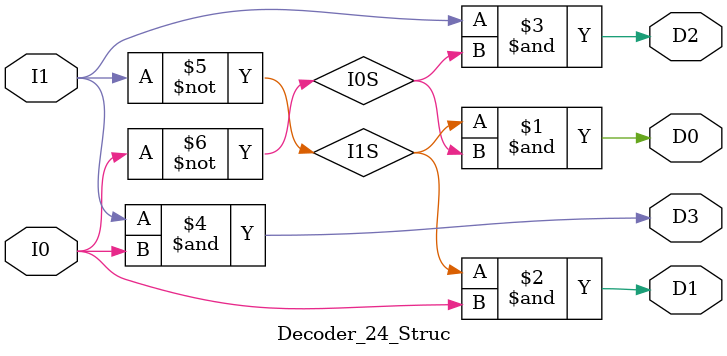
<source format=v>
`timescale 1ns / 1ps
module Decoder_24_Struc(I1,I0,D3,D2,D1,D0);

	input I1,I0;
	output D3,D2,D1,D0;
	
	wire I1S, I0S;
	
	not Not_1(I1S, I1);
	not Not_2(I0S, I0);
	and And_1(D0,I1S,I0S);
	and And_2(D1,I1S,I0);
	and And_3(D2,I1,I0S);
	and And_4(D3,I1,I0);

endmodule

</source>
